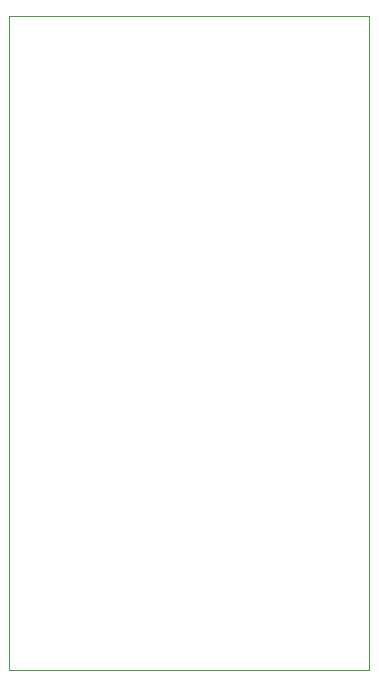
<source format=gm1>
G04 #@! TF.GenerationSoftware,KiCad,Pcbnew,9.0.2*
G04 #@! TF.CreationDate,2025-08-01T14:32:09+08:00*
G04 #@! TF.ProjectId,STM32WB5MMG_Breakout_Board,53544d33-3257-4423-954d-4d475f427265,rev?*
G04 #@! TF.SameCoordinates,Original*
G04 #@! TF.FileFunction,Profile,NP*
%FSLAX46Y46*%
G04 Gerber Fmt 4.6, Leading zero omitted, Abs format (unit mm)*
G04 Created by KiCad (PCBNEW 9.0.2) date 2025-08-01 14:32:09*
%MOMM*%
%LPD*%
G01*
G04 APERTURE LIST*
G04 #@! TA.AperFunction,Profile*
%ADD10C,0.038100*%
G04 #@! TD*
G04 APERTURE END LIST*
D10*
X139000000Y-73100000D02*
X137200000Y-73100000D01*
X137700000Y-128500000D02*
X167700000Y-128500000D01*
X137200000Y-73100000D02*
X137200000Y-77800000D01*
X137700000Y-128500000D02*
X137200000Y-128500000D01*
X139000000Y-73100000D02*
X167700000Y-73100000D01*
X167700000Y-128500000D02*
X167700000Y-73700000D01*
X137200000Y-77800000D02*
X137200000Y-128500000D01*
X167700000Y-73100000D02*
X167700000Y-73700000D01*
M02*

</source>
